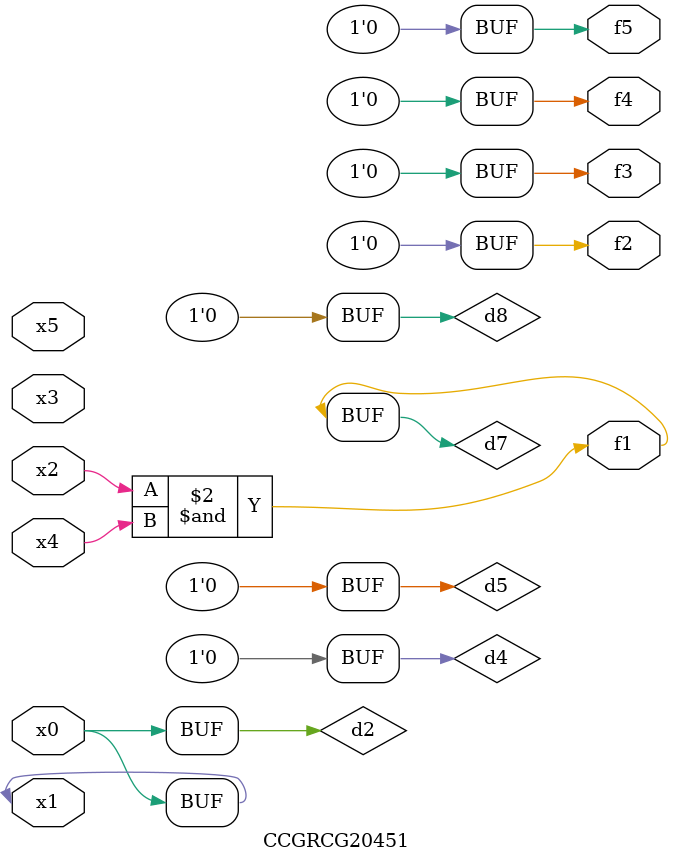
<source format=v>
module CCGRCG20451(
	input x0, x1, x2, x3, x4, x5,
	output f1, f2, f3, f4, f5
);

	wire d1, d2, d3, d4, d5, d6, d7, d8, d9;

	nand (d1, x1);
	buf (d2, x0, x1);
	nand (d3, x2, x4);
	and (d4, d1, d2);
	and (d5, d1, d2);
	nand (d6, d1, d3);
	not (d7, d3);
	xor (d8, d5);
	nor (d9, d5, d6);
	assign f1 = d7;
	assign f2 = d8;
	assign f3 = d8;
	assign f4 = d8;
	assign f5 = d8;
endmodule

</source>
